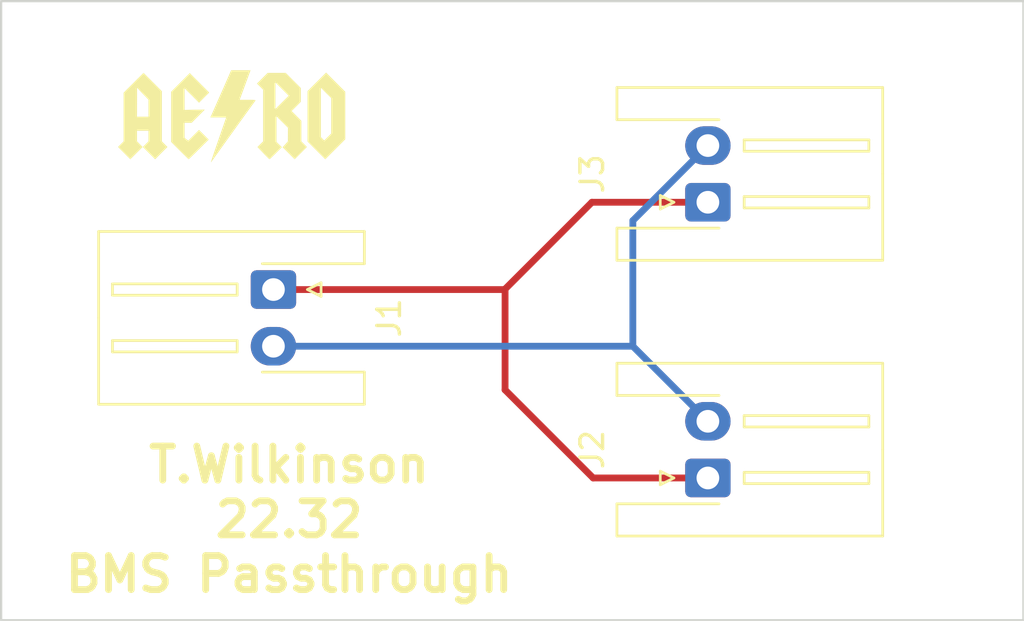
<source format=kicad_pcb>
(kicad_pcb (version 20211014) (generator pcbnew)
  (layers (0 "F.Cu" signal) (31 "B.Cu" signal) (34 "B.Paste" user) (35 "F.Paste" user) (36 "B.SilkS" user "B.Silkscreen") (37 "F.SilkS" user "F.Silkscreen") (38 "B.Mask" user) (39 "F.Mask" user) (44 "Edge.Cuts" user))
  (net 0 "")
  (net 1 "GND")
  (net 2 "12V")
  (footprint "Connector_JST:JST_XH_S2B-XH-A-1_1x02_P2.50mm_Horizontal" (layer "F.Cu") (at 144.725 76.22 -90)
    (fp_text reference "J1" (at 1.25 -5.1 90) (layer "F.SilkS"))
    (fp_text value "Conn_01x02")
    (fp_line (start 0.3 -2.1) (end 0 -1.5) (layer "F.SilkS") (width 0.12))
    (fp_line (start -0.25 1.6) (end -0.25 7.1) (layer "F.SilkS") (width 0.12))
    (fp_line (start 0.25 7.1) (end 0.25 1.6) (layer "F.SilkS") (width 0.12))
    (fp_line (start -2.56 -4.01) (end -1.14 -4.01) (layer "F.SilkS") (width 0.12))
    (fp_line (start -2.56 7.71) (end -2.56 -4.01) (layer "F.SilkS") (width 0.12))
    (fp_line (start 2.25 1.6) (end 2.25 7.1) (layer "F.SilkS") (width 0.12))
    (fp_line (start 1.25 7.71) (end 5.06 7.71) (layer "F.SilkS") (width 0.12))
    (fp_line (start 3.64 -4.01) (end 3.64 0.49) (layer "F.SilkS") (width 0.12))
    (fp_line (start 5.06 7.71) (end 5.06 -4.01) (layer "F.SilkS") (width 0.12))
    (fp_line (start 0.25 1.6) (end -0.25 1.6) (layer "F.SilkS") (width 0.12))
    (fp_line (start 2.75 7.1) (end 2.75 1.6) (layer "F.SilkS") (width 0.12))
    (fp_line (start -0.3 -2.1) (end 0.3 -2.1) (layer "F.SilkS") (width 0.12))
    (fp_line (start -1.14 -4.01) (end -1.14 0.49) (layer "F.SilkS") (width 0.12))
    (fp_line (start 5.06 -4.01) (end 3.64 -4.01) (layer "F.SilkS") (width 0.12))
    (fp_line (start 1.25 7.71) (end -2.56 7.71) (layer "F.SilkS") (width 0.12))
    (fp_line (start 0 -1.5) (end -0.3 -2.1) (layer "F.SilkS") (width 0.12))
    (fp_line (start 2.75 1.6) (end 2.25 1.6) (layer "F.SilkS") (width 0.12))
    (fp_line (start 2.25 7.1) (end 2.75 7.1) (layer "F.SilkS") (width 0.12))
    (fp_line (start -0.25 7.1) (end 0.25 7.1) (layer "F.SilkS") (width 0.12))
    (pad "1" thru_hole roundrect (at 0 0 270) (size 1.7 2) (drill 1) (layers *.Cu *.Mask) (roundrect_rratio 0.147059) (net 1 "GND"))
    (pad "2" thru_hole oval (at 2.5 0 270) (size 1.7 2) (drill 1) (layers *.Cu *.Mask) (net 2 "12V"))
  )
  (footprint "AERO_Footprints:AERO_Logo_10x4mm" (layer "F.Cu") (at 142.875 68.58)
    (fp_text reference "G***" hide)
    (fp_text value "LOGO" hide)
    (fp_poly (pts (xy -3.477698 -1.508623) (xy -3.075963 -1.106395) (xy -3.075963 1.105415) (xy -2.954085 1.228826) (xy -2.832208 1.352236) (xy -3.09998 1.620008) (xy -3.367752 1.887779) (xy -3.902032 1.351979) (xy -3.658532 1.105415) (xy -3.658532 0.629174) (xy -4.171192 0.629174) (xy -4.171192 1.105415) (xy -4.049315 1.228826) (xy -3.927437 1.352236) (xy -4.195209 1.620008) (xy -4.462981 1.887779) (xy -4.997261 1.351979) (xy -4.753761 1.105415) (xy -4.753761 0.023303) (xy -4.171192 0.023303) (xy -3.658532 0.023303) (xy -3.658532 -0.735332) (xy -3.913681 -1.002666) (xy -4.168831 -1.27) (xy -4.170011 -0.623349) (xy -4.171192 0.023303) (xy -4.753761 0.023303) (xy -4.753761 -1.037433) (xy -4.316597 -1.474142) (xy -3.879434 -1.910851) (xy -3.477698 -1.508623)) (layer "F.SilkS") (width 0.01) (fill solid))
    (fp_poly (pts (xy 0.594221 -1.374862) (xy 0.354968 -0.722385) (xy 0.717059 -0.722385) (xy 0.853644 -0.722106) (xy 0.949683 -0.720764) (xy 1.011233 -0.717601) (xy 1.044352 -0.711857) (xy 1.055098 -0.702775) (xy 1.049529 -0.689597) (xy 1.04285 -0.681606) (xy 1.024199 -0.657081) (xy 0.981096 -0.598426) (xy 0.91624 -0.509389) (xy 0.83233 -0.39372) (xy 0.732061 -0.25517) (xy 0.618134 -0.097489) (xy 0.493246 0.075575) (xy 0.360094 0.26027) (xy 0.221378 0.452846) (xy 0.079794 0.649555) (xy -0.061959 0.846645) (xy -0.201183 1.040368) (xy -0.33518 1.226972) (xy -0.461252 1.402708) (xy -0.576701 1.563827) (xy -0.67883 1.706578) (xy -0.764939 1.827211) (xy -0.832331 1.921976) (xy -0.878309 1.987123) (xy -0.900173 2.018903) (xy -0.900652 2.019655) (xy -0.898812 2.007273) (xy -0.882983 1.955011) (xy -0.854541 1.86699) (xy -0.814862 1.74733) (xy -0.765324 1.600151) (xy -0.707302 1.429575) (xy -0.642173 1.23972) (xy -0.580239 1.060454) (xy -0.509049 0.854915) (xy -0.442772 0.663314) (xy -0.382925 0.490054) (xy -0.331024 0.33954) (xy -0.288589 0.216175) (xy -0.257135 0.124363) (xy -0.23818 0.068509) (xy -0.233027 0.05261) (xy -0.254981 0.050511) (xy -0.315447 0.048732) (xy -0.406333 0.047414) (xy -0.519545 0.046696) (xy -0.579325 0.046605) (xy -0.925622 0.046605) (xy -0.665354 -0.541789) (xy -0.583068 -0.727996) (xy -0.494257 -0.929277) (xy -0.404488 -1.132995) (xy -0.319327 -1.326516) (xy -0.244339 -1.497202) (xy -0.208576 -1.578762) (xy -0.012066 -2.027339) (xy 0.833473 -2.027339) (xy 0.594221 -1.374862)) (layer "F.SilkS") (width 0.01) (fill solid))
    (fp_poly (pts (xy 4.590646 -1.503024) (xy 5.010092 -1.084064) (xy 5.010092 1.01413) (xy 4.135758 1.887556) (xy 3.745677 1.496968) (xy 3.355597 1.106381) (xy 3.355597 0.91824) (xy 3.938166 0.91824) (xy 4.012973 0.995422) (xy 4.087781 1.072604) (xy 4.246001 0.915597) (xy 4.404221 0.758589) (xy 4.404221 -0.804819) (xy 4.171193 -1.036973) (xy 3.938166 -1.269126) (xy 3.938166 0.91824) (xy 3.355597 0.91824) (xy 3.355597 -1.10738) (xy 3.763398 -1.514682) (xy 4.1712 -1.921985) (xy 4.590646 -1.503024)) (layer "F.SilkS") (width 0.01) (fill solid))
    (fp_poly (pts (xy 3.052661 -1.246114) (xy 3.052661 -0.641748) (xy 2.645809 -0.233002) (xy 2.860886 -0.017026) (xy 3.075964 0.198949) (xy 3.075964 1.105415) (xy 3.197841 1.228826) (xy 3.319719 1.352236) (xy 3.051947 1.620008) (xy 2.784175 1.887779) (xy 2.261465 1.363211) (xy 2.491377 1.106881) (xy 2.492386 0.803547) (xy 2.493395 0.500214) (xy 2.237065 0.244679) (xy 1.980734 -0.010857) (xy 1.980734 1.131935) (xy 2.097505 1.246951) (xy 2.214276 1.361966) (xy 1.952243 1.624744) (xy 1.862409 1.713933) (xy 1.783925 1.790151) (xy 1.722682 1.847811) (xy 1.684576 1.881323) (xy 1.675144 1.887523) (xy 1.654733 1.87152) (xy 1.608141 1.827324) (xy 1.541156 1.760657) (xy 1.459566 1.677241) (xy 1.405051 1.620528) (xy 1.150023 1.353533) (xy 1.274094 1.231003) (xy 1.398166 1.108473) (xy 1.398166 -0.314816) (xy 1.934129 -0.314816) (xy 2.231125 -0.611812) (xy 2.528121 -0.908807) (xy 1.934129 -1.502799) (xy 1.934129 -0.314816) (xy 1.398166 -0.314816) (xy 1.398166 -1.175438) (xy 1.264759 -1.310251) (xy 1.131352 -1.445065) (xy 1.363358 -1.677945) (xy 1.595365 -1.910826) (xy 2.389135 -1.910826) (xy 3.052661 -1.246114)) (layer "F.SilkS") (width 0.01) (fill solid))
    (fp_poly (pts (xy -1.416608 -1.47486) (xy -0.991063 -1.048849) (xy -1.21171 -0.827281) (xy -1.432356 -0.605713) (xy -2.073944 -1.246073) (xy -2.073944 -0.277684) (xy -1.189008 -0.291284) (xy -1.473833 -0.005826) (xy -1.758658 0.279633) (xy -2.073944 0.279633) (xy -2.073944 0.953041) (xy -1.990882 1.016396) (xy -1.90782 1.07975) (xy -1.432564 0.606112) (xy -1.01212 1.026556) (xy -1.444776 1.457039) (xy -1.561006 1.57228) (xy -1.666275 1.675877) (xy -1.75613 1.763512) (xy -1.82612 1.830866) (xy -1.871792 1.873621) (xy -1.888568 1.887523) (xy -1.907491 1.871751) (xy -1.954481 1.827522) (xy -2.024781 1.759462) (xy -2.113633 1.672199) (xy -2.21628 1.570361) (xy -2.278108 1.508596) (xy -2.656513 1.129669) (xy -2.656513 -1.081938) (xy -2.249333 -1.491404) (xy -1.842152 -1.900871) (xy -1.416608 -1.47486)) (layer "F.SilkS") (width 0.01) (fill solid))
  )
  (footprint "Connector_JST:JST_XH_S2B-XH-A-1_1x02_P2.50mm_Horizontal" (layer "F.Cu") (at 163.885 84.53 90)
    (fp_text reference "J2" (at 1.25 -5.1 90) (layer "F.SilkS"))
    (fp_text value "Conn_01x02")
    (fp_line (start 1.25 7.71) (end 5.06 7.71) (layer "F.SilkS") (width 0.12))
    (fp_line (start 0.3 -2.1) (end 0 -1.5) (layer "F.SilkS") (width 0.12))
    (fp_line (start -0.25 1.6) (end -0.25 7.1) (layer "F.SilkS") (width 0.12))
    (fp_line (start 2.25 7.1) (end 2.75 7.1) (layer "F.SilkS") (width 0.12))
    (fp_line (start 0.25 7.1) (end 0.25 1.6) (layer "F.SilkS") (width 0.12))
    (fp_line (start 3.64 -4.01) (end 3.64 0.49) (layer "F.SilkS") (width 0.12))
    (fp_line (start 2.75 7.1) (end 2.75 1.6) (layer "F.SilkS") (width 0.12))
    (fp_line (start -1.14 -4.01) (end -1.14 0.49) (layer "F.SilkS") (width 0.12))
    (fp_line (start -2.56 7.71) (end -2.56 -4.01) (layer "F.SilkS") (width 0.12))
    (fp_line (start 2.75 1.6) (end 2.25 1.6) (layer "F.SilkS") (width 0.12))
    (fp_line (start -0.3 -2.1) (end 0.3 -2.1) (layer "F.SilkS") (width 0.12))
    (fp_line (start 5.06 -4.01) (end 3.64 -4.01) (layer "F.SilkS") (width 0.12))
    (fp_line (start -0.25 7.1) (end 0.25 7.1) (layer "F.SilkS") (width 0.12))
    (fp_line (start 1.25 7.71) (end -2.56 7.71) (layer "F.SilkS") (width 0.12))
    (fp_line (start 5.06 7.71) (end 5.06 -4.01) (layer "F.SilkS") (width 0.12))
    (fp_line (start 2.25 1.6) (end 2.25 7.1) (layer "F.SilkS") (width 0.12))
    (fp_line (start 0 -1.5) (end -0.3 -2.1) (layer "F.SilkS") (width 0.12))
    (fp_line (start -2.56 -4.01) (end -1.14 -4.01) (layer "F.SilkS") (width 0.12))
    (fp_line (start 0.25 1.6) (end -0.25 1.6) (layer "F.SilkS") (width 0.12))
    (pad "1" thru_hole roundrect (at 0 0 90) (size 1.7 2) (drill 1) (layers *.Cu *.Mask) (roundrect_rratio 0.147059) (net 1 "GND"))
    (pad "2" thru_hole oval (at 2.5 0 90) (size 1.7 2) (drill 1) (layers *.Cu *.Mask) (net 2 "12V"))
  )
  (footprint "Connector_JST:JST_XH_S2B-XH-A-1_1x02_P2.50mm_Horizontal" (layer "F.Cu") (at 163.885 72.37 90)
    (fp_text reference "J3" (at 1.25 -5.1 90) (layer "F.SilkS"))
    (fp_text value "Conn_01x02")
    (fp_line (start 1.25 7.71) (end -2.56 7.71) (layer "F.SilkS") (width 0.12))
    (fp_line (start -1.14 -4.01) (end -1.14 0.49) (layer "F.SilkS") (width 0.12))
    (fp_line (start 3.64 -4.01) (end 3.64 0.49) (layer "F.SilkS") (width 0.12))
    (fp_line (start 5.06 7.71) (end 5.06 -4.01) (layer "F.SilkS") (width 0.12))
    (fp_line (start 2.25 7.1) (end 2.75 7.1) (layer "F.SilkS") (width 0.12))
    (fp_line (start 2.25 1.6) (end 2.25 7.1) (layer "F.SilkS") (width 0.12))
    (fp_line (start -2.56 -4.01) (end -1.14 -4.01) (layer "F.SilkS") (width 0.12))
    (fp_line (start 2.75 1.6) (end 2.25 1.6) (layer "F.SilkS") (width 0.12))
    (fp_line (start 5.06 -4.01) (end 3.64 -4.01) (layer "F.SilkS") (width 0.12))
    (fp_line (start -2.56 7.71) (end -2.56 -4.01) (layer "F.SilkS") (width 0.12))
    (fp_line (start 1.25 7.71) (end 5.06 7.71) (layer "F.SilkS") (width 0.12))
    (fp_line (start 2.75 7.1) (end 2.75 1.6) (layer "F.SilkS") (width 0.12))
    (fp_line (start -0.3 -2.1) (end 0.3 -2.1) (layer "F.SilkS") (width 0.12))
    (fp_line (start -0.25 1.6) (end -0.25 7.1) (layer "F.SilkS") (width 0.12))
    (fp_line (start -0.25 7.1) (end 0.25 7.1) (layer "F.SilkS") (width 0.12))
    (fp_line (start 0.3 -2.1) (end 0 -1.5) (layer "F.SilkS") (width 0.12))
    (fp_line (start 0.25 7.1) (end 0.25 1.6) (layer "F.SilkS") (width 0.12))
    (fp_line (start 0 -1.5) (end -0.3 -2.1) (layer "F.SilkS") (width 0.12))
    (fp_line (start 0.25 1.6) (end -0.25 1.6) (layer "F.SilkS") (width 0.12))
    (pad "1" thru_hole roundrect (at 0 0 90) (size 1.7 2) (drill 1) (layers *.Cu *.Mask) (roundrect_rratio 0.147059) (net 1 "GND"))
    (pad "2" thru_hole oval (at 2.5 0 90) (size 1.7 2) (drill 1) (layers *.Cu *.Mask) (net 2 "12V"))
  )
  (gr_rect (start 132.715 63.5) (end 177.8 90.805) (layer "Edge.Cuts") (width 0.1) (fill none))
  (gr_text "T.Wilkinson\n22.32\nBMS Passthrough" (at 145.415 86.36) (layer "F.SilkS") (effects (font (size 1.5 1.5) (thickness 0.3))))
  (segment (start 154.92 76.22) (end 158.77 72.37) (width 0.3) (layer "F.Cu") (net 1))
  (segment (start 158.825 84.53) (end 163.885 84.53) (width 0.3) (layer "F.Cu") (net 1))
  (segment (start 158.77 72.37) (end 163.885 72.37) (width 0.3) (layer "F.Cu") (net 1))
  (segment (start 154.94 80.645) (end 158.825 84.53) (width 0.3) (layer "F.Cu") (net 1))
  (segment (start 154.92 76.22) (end 154.94 76.24) (width 0.3) (layer "F.Cu") (net 1))
  (segment (start 144.725 76.22) (end 154.92 76.22) (width 0.3) (layer "F.Cu") (net 1))
  (segment (start 154.94 76.24) (end 154.94 80.645) (width 0.3) (layer "F.Cu") (net 1))
  (segment (start 160.575 78.72) (end 160.575 73.18) (width 0.3) (layer "B.Cu") (net 2))
  (segment (start 160.575 73.18) (end 163.885 69.87) (width 0.3) (layer "B.Cu") (net 2))
  (segment (start 160 78.72) (end 160.02 78.74) (width 0.25) (layer "B.Cu") (net 2))
  (segment (start 160.575 78.72) (end 163.885 82.03) (width 0.3) (layer "B.Cu") (net 2))
  (segment (start 163.735 69.87) (end 163.885 69.87) (width 0.25) (layer "B.Cu") (net 2))
  (segment (start 144.725 78.72) (end 160.575 78.72) (width 0.3) (layer "B.Cu") (net 2))
)
</source>
